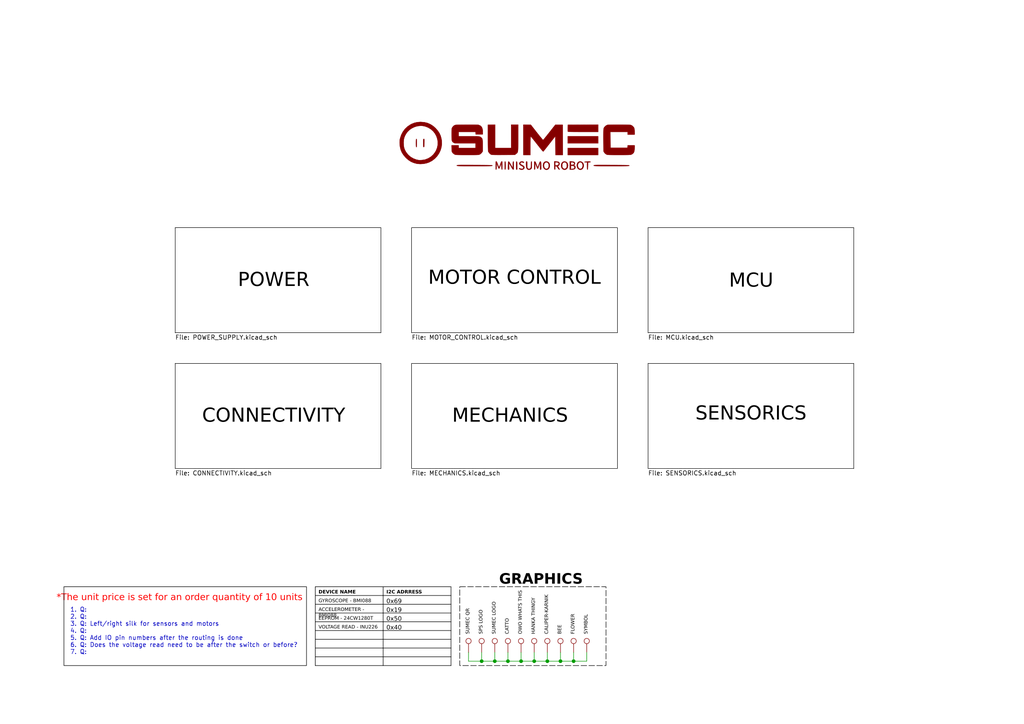
<source format=kicad_sch>
(kicad_sch (version 20250114) (generator "eeschema") (generator_version "9.0")
  (paper "A4")
  (title_block (title "SUMEC_MK_V") (date "2025-02-27") (rev "v.1.0.0") (company "SPS NA PROSEKU") (comment 1 "Made in Prague, Czech Republic") (comment 2 "CONTACT: Savva Popov, savva.popov.sp@gmail.com, +420 605 570 366") (comment 3 "Made by bismarx-v1") (comment 4 "SUMEC MK V aka SMD-V4 board"))
  (lib_symbols
    (symbol "Connector:TestPoint" (pin_numbers (hide yes)) (pin_names (offset 0.762) (hide yes))
      (property "Reference" "TP" (at 0 6.858 0))
      (property "Value" "TestPoint" (at 0 5.08 0))
      (symbol "TestPoint_0_1"
        (circle (center 0 3.302) (radius 0.762))
      )
      (symbol "TestPoint_1_1"
        (pin passive line (at 0 0 90) (length 2.54) (name "1") (number "1"))
      )
    )
    (symbol "sumec_sch_lib:LOGO SMALL" (pin_names (offset 1.016))
      (symbol "LOGO SMALL_0_0"
        (polyline (pts (xy -27.7929 0.5106) (xy -27.7475 0.5542) (xy -27.7167 0.67) (xy -27.6979 0.8822) (xy -27.6886 1.2153) (xy -27.686 1.6933) (xy -27.6863 1.8811) (xy -27.691 2.3049) (xy -27.7034 2.5923) (xy -27.7261 2.7676) (xy -27.7618 2.8549) (xy -27.813 2.8786) (xy -27.8331 2.876) (xy -27.8785 2.8325) (xy -27.9093 2.7167) (xy -27.9281 2.5044) (xy -27.9375 2.1714) (xy -27.94 1.6933) (xy -27.9397 1.5055) (xy -27.9351 1.0817) (xy -27.9227 0.7943) (xy -27.8999 0.6191) (xy -27.8642 0.5317) (xy -27.813 0.508) (xy -27.7929 0.5106)) (stroke (width 0.01)) (fill (type outline)))
        (polyline (pts (xy -25.81 -4.3389) (xy -24.9594 -4.1801) (xy -24.1769 -3.9211) (xy -24.0688 -3.8743) (xy -23.2148 -3.4069) (xy -22.4547 -2.8149) (xy -21.7992 -2.1165) (xy -21.2591 -1.3299) (xy -20.8453 -0.4733) (xy -20.5684 0.4352) (xy -20.4392 1.3774) (xy -20.4686 2.335) (xy -20.5659 2.9603) (xy -20.7979 3.8081) (xy -21.1477 4.5769) (xy -21.632 5.3007) (xy -22.2673 6.0136) (xy -22.8916 6.5708) (xy -23.7102 7.1141) (xy -24.5872 7.4996) (xy -25.5293 7.73) (xy -26.543 7.8081) (xy -26.7382 7.8064) (xy -27.5889 7.7371) (xy -28.3734 7.5564) (xy -29.1524 7.2517) (xy -29.5748 7.0348) (xy -30.4048 6.4737) (xy -31.1243 5.7905) (xy -31.7236 4.9972) (xy -32.1933 4.1055) (xy -32.5235 3.1271) (xy -32.5617 2.9711) (xy -32.6303 2.6284) (xy -32.666 2.2998) (xy -32.6736 1.9244) (xy -32.6688 1.778) (xy -31.5314 1.778) (xy -31.5274 1.9993) (xy -31.475 2.6502) (xy -31.3493 3.2205) (xy -31.1328 3.7724) (xy -30.8083 4.3681) (xy -30.3792 4.9565) (xy -29.774 5.5386) (xy -29.0677 6.0177) (xy -28.2872 6.3787) (xy -27.4592 6.6069) (xy -26.6107 6.6874) (xy -26.1503 6.6728) (xy -25.5745 6.5927) (xy -25.0112 6.4286) (xy -24.3926 6.1645) (xy -24.3205 6.1293) (xy -23.5771 5.6697) (xy -22.9417 5.0964) (xy -22.4211 4.4292) (xy -22.0223 3.6879) (xy -21.7522 2.8924) (xy -21.6177 2.0626) (xy -21.6256 1.2184) (xy -21.783 0.3795) (xy -22.0967 -0.4341) (xy -22.3646 -0.9153) (xy -22.919 -1.6525) (xy -23.5826 -2.2612) (xy -24.3514 -2.7382) (xy -25.2216 -3.0799) (xy -25.5377 -3.1522) (xy -25.9787 -3.2163) (xy -26.4493 -3.2573) (xy -26.8848 -3.2697) (xy -27.2203 -3.2481) (xy -27.8483 -3.1125) (xy -28.702 -2.791) (xy -29.4801 -2.332) (xy -30.1619 -1.7483) (xy -30.7269 -1.0528) (xy -30.9205 -0.7477) (xy -31.2138 -0.1758) (xy -31.4037 0.4019) (xy -31.5048 1.0362) (xy -31.5314 1.778) (xy -32.6688 1.778) (xy -32.6578 1.4415) (xy -32.5776 0.6217) (xy -32.3707 -0.2585) (xy -32.031 -1.0617) (xy -31.5465 -1.8159) (xy -30.9049 -2.5485) (xy -30.7688 -2.6833) (xy -30.0989 -3.2625) (xy -29.4117 -3.7049) (xy -28.6642 -4.0346) (xy -27.813 -4.2757) (xy -27.4945 -4.3343) (xy -26.6734 -4.3921) (xy -25.81 -4.3389)) (stroke (width 0.01)) (fill (type outline)))
        (polyline (pts (xy -25.6355 0.5376) (xy -25.5867 0.5925) (xy -25.553 0.7115) (xy -25.5303 0.9207) (xy -25.5151 1.2466) (xy -25.5035 1.7155) (xy -25.5016 1.8092) (xy -25.4945 2.2456) (xy -25.4958 2.5436) (xy -25.5088 2.7297) (xy -25.5368 2.83) (xy -25.5833 2.8709) (xy -25.6516 2.8786) (xy -25.6681 2.8784) (xy -25.7311 2.8651) (xy -25.7743 2.8123) (xy -25.8014 2.6941) (xy -25.8161 2.4844) (xy -25.8222 2.1575) (xy -25.8233 1.6871) (xy -25.822 1.2475) (xy -25.8156 0.9099) (xy -25.8009 0.6938) (xy -25.7747 0.574) (xy -25.7338 0.5258) (xy -25.6752 0.524) (xy -25.6355 0.5376)) (stroke (width 0.01)) (fill (type outline)))
        (polyline (pts (xy -11.9423 -1.7761) (xy -11.3178 -1.7742) (xy -10.8202 -1.7698) (xy -10.432 -1.7621) (xy -10.1356 -1.7502) (xy -9.9136 -1.7333) (xy -9.7485 -1.7105) (xy -9.6227 -1.681) (xy -9.5187 -1.6439) (xy -9.4192 -1.5984) (xy -9.1053 -1.3892) (xy -8.8209 -1.0755) (xy -8.5937 -0.7323) (xy -8.5937 1.0245) (xy -8.5937 1.1807) (xy -8.5965 1.7788) (xy -8.6082 2.2378) (xy -8.6353 2.5823) (xy -8.6843 2.8369) (xy -8.7616 3.0264) (xy -8.8737 3.1753) (xy -9.0269 3.3083) (xy -9.2278 3.4501) (xy -9.2496 3.4649) (xy -9.3257 3.5121) (xy -9.4106 3.55) (xy -9.5219 3.5797) (xy -9.6776 3.602) (xy -9.8956 3.6181) (xy -10.1935 3.6289) (xy -10.5894 3.6356) (xy -11.1011 3.6391) (xy -11.7464 3.6404) (xy -12.5432 3.6406) (xy -15.5787 3.6406) (xy -15.5787 4.2756) (xy -15.5787 4.9106) (xy -13.1282 4.9106) (xy -10.6778 4.9106) (xy -10.6517 4.5508) (xy -10.6257 4.191) (xy -9.6097 4.191) (xy -8.5937 4.191) (xy -8.5688 4.9098) (xy -8.5821 5.422) (xy -8.6989 5.9854) (xy -8.9296 6.4253) (xy -9.2754 6.7437) (xy -9.7374 6.9428) (xy -9.9119 6.9683) (xy -10.2637 6.9899) (xy -10.7815 7.0049) (xy -11.4639 7.0132) (xy -12.3092 7.0149) (xy -13.3157 7.0099) (xy -13.8834 7.0055) (xy -14.6053 6.9992) (xy -15.1868 6.9923) (xy -15.6453 6.9839) (xy -15.9982 6.9726) (xy -16.2629 6.9576) (xy -16.4567 6.9377) (xy -16.5969 6.9118) (xy -16.7011 6.8787) (xy -16.7865 6.8376) (xy -16.8706 6.7871) (xy -16.9519 6.7301) (xy -17.1994 6.4961) (xy -17.3998 6.2293) (xy -17.4393 6.1609) (xy -17.5013 6.0382) (xy -17.5462 5.9069) (xy -17.5768 5.7402) (xy -17.5957 5.5113) (xy -17.6058 5.1934) (xy -17.6097 4.7598) (xy -17.6104 4.1835) (xy -17.6085 3.6711) (xy -17.5975 3.1396) (xy -17.5712 2.7349) (xy -17.5236 2.4332) (xy -17.4485 2.2106) (xy -17.3399 2.043) (xy -17.1916 1.9066) (xy -16.9976 1.7775) (xy -16.9351 1.742) (xy -16.8468 1.7045) (xy -16.7322 1.6747) (xy -16.5737 1.6519) (xy -16.3531 1.635) (xy -16.0528 1.6233) (xy -15.6547 1.6157) (xy -15.1409 1.6114) (xy -14.4936 1.6095) (xy -13.6948 1.609) (xy -10.668 1.6086) (xy -10.668 0.9313) (xy -10.668 0.254) (xy -13.1233 0.254) (xy -15.5787 0.254) (xy -15.5787 0.635) (xy -15.5787 1.016) (xy -16.6022 1.016) (xy -17.6257 1.016) (xy -17.597 0.0989) (xy -17.5931 -0.0223) (xy -17.5763 -0.3974) (xy -17.5502 -0.6552) (xy -17.5055 -0.837) (xy -17.4332 -0.9842) (xy -17.3242 -1.138) (xy -17.2666 -1.2071) (xy -17.0078 -1.443) (xy -16.7315 -1.616) (xy -16.6456 -1.6515) (xy -16.5338 -1.6854) (xy -16.3916 -1.7124) (xy -16.2017 -1.7335) (xy -15.9467 -1.7493) (xy -15.6091 -1.7606) (xy -15.1717 -1.7681) (xy -14.617 -1.7728) (xy -13.9278 -1.7752) (xy -13.0866 -1.7762) (xy -12.7111 -1.7763) (xy -11.9423 -1.7761)) (stroke (width 0.01)) (fill (type outline)))
        (polyline (pts (xy -10.1002 -4.9952) (xy -9.154 -4.9946) (xy -8.3555 -4.9929) (xy -7.6924 -4.99) (xy -7.1521 -4.9855) (xy -6.7225 -4.979) (xy -6.3911 -4.97) (xy -6.1456 -4.9584) (xy -5.9736 -4.9437) (xy -5.8627 -4.9256) (xy -5.8007 -4.9037) (xy -5.775 -4.8777) (xy -5.7735 -4.8472) (xy -5.7801 -4.8276) (xy -5.8074 -4.7997) (xy -5.8662 -4.776) (xy -5.9691 -4.756) (xy -6.1286 -4.7394) (xy -6.3571 -4.7257) (xy -6.6673 -4.7145) (xy -7.0717 -4.7055) (xy -7.5827 -4.6981) (xy -8.213 -4.692) (xy -8.975 -4.6867) (xy -9.8813 -4.6819) (xy -10.9443 -4.6772) (xy -11.3733 -4.6754) (xy -12.3716 -4.6714) (xy -13.2179 -4.6686) (xy -13.9249 -4.6675) (xy -14.5049 -4.6684) (xy -14.9707 -4.6716) (xy -15.3347 -4.6775) (xy -15.6095 -4.6865) (xy -15.8075 -4.699) (xy -15.9415 -4.7152) (xy -16.0238 -4.7356) (xy -16.0671 -4.7605) (xy -16.0839 -4.7903) (xy -16.0867 -4.8254) (xy -16.0864 -4.8402) (xy -16.0793 -4.873) (xy -16.0529 -4.9008) (xy -15.9948 -4.9241) (xy -15.8924 -4.9432) (xy -15.7332 -4.9585) (xy -15.5048 -4.9705) (xy -15.1947 -4.9796) (xy -14.7902 -4.9861) (xy -14.2789 -4.9905) (xy -13.6484 -4.9933) (xy -12.886 -4.9947) (xy -11.9793 -4.9953) (xy -10.9158 -4.9954) (xy -10.1002 -4.9952)) (stroke (width 0.01)) (fill (type outline)))
        (polyline (pts (xy -3.4592 -1.759) (xy -2.5757 -1.755) (xy 0.733 -1.7357) (xy 1.0511 -1.493) (xy 1.1577 -1.4127) (xy 1.2861 -1.3125) (xy 1.3922 -1.2129) (xy 1.4781 -1.0982) (xy 1.5458 -0.9532) (xy 1.5977 -0.7623) (xy 1.6357 -0.5102) (xy 1.662 -0.1814) (xy 1.6788 0.2396) (xy 1.6881 0.7682) (xy 1.6922 1.4198) (xy 1.6931 2.2099) (xy 1.693 3.1538) (xy 1.6933 7.0273) (xy 0.6773 7.0273) (xy -0.3387 7.0273) (xy -0.3387 3.6406) (xy -0.3387 0.254) (xy -2.667 0.254) (xy -4.9953 0.254) (xy -4.9953 3.6433) (xy -4.9953 7.0325) (xy -6.0325 7.0088) (xy -7.0697 6.985) (xy -7.0697 3.2596) (xy -7.0691 2.7413) (xy -7.0658 1.983) (xy -7.0601 1.2829) (xy -7.0522 0.6595) (xy -7.0425 0.1312) (xy -7.0311 -0.2833) (xy -7.0185 -0.5655) (xy -7.005 -0.697) (xy -6.892 -0.936) (xy -6.6718 -1.228) (xy -6.4035 -1.4895) (xy -6.1399 -1.6615) (xy -6.1326 -1.6646) (xy -6.0245 -1.6939) (xy -5.8495 -1.7173) (xy -5.5931 -1.7351) (xy -5.2404 -1.7478) (xy -4.777 -1.7558) (xy -4.1881 -1.7594) (xy -3.4592 -1.759)) (stroke (width 0.01)) (fill (type outline)))
        (polyline (pts (xy -2.9873 -6.0096) (xy -2.9415 -5.9679) (xy -2.9103 -5.8527) (xy -2.8911 -5.6399) (xy -2.8814 -5.3056) (xy -2.8787 -4.826) (xy -2.8787 -4.8031) (xy -2.8803 -4.3399) (xy -2.8873 -4.0191) (xy -2.9032 -3.8147) (xy -2.9315 -3.7007) (xy -2.9757 -3.6514) (xy -3.0394 -3.6407) (xy -3.0993 -3.6543) (xy -3.1959 -3.7481) (xy -3.3025 -3.9535) (xy -3.4351 -4.2969) (xy -3.4607 -4.3685) (xy -3.58 -4.7017) (xy -3.6816 -4.9854) (xy -3.7459 -5.1647) (xy -3.7883 -5.2642) (xy -3.8337 -5.2998) (xy -3.8903 -5.2463) (xy -3.9693 -5.0858) (xy -4.0815 -4.8008) (xy -4.2382 -4.3735) (xy -4.3634 -4.0445) (xy -4.4759 -3.8031) (xy -4.5714 -3.677) (xy -4.6647 -3.6407) (xy -4.6685 -3.6407) (xy -4.7313 -3.6526) (xy -4.7748 -3.7042) (xy -4.8025 -3.8214) (xy -4.8179 -4.0301) (xy -4.8246 -4.3564) (xy -4.826 -4.826) (xy -4.8257 -5.0138) (xy -4.8211 -5.4376) (xy -4.8087 -5.725) (xy -4.7859 -5.9003) (xy -4.7502 -5.9876) (xy -4.699 -6.0114) (xy -4.6572 -5.9988) (xy -4.6143 -5.9249) (xy -4.5874 -5.7613) (xy -4.5729 -5.4815) (xy -4.5672 -5.0589) (xy -4.5624 -4.1064) (xy -4.261 -4.9319) (xy -4.1633 -5.1861) (xy -4.0347 -5.4811) (xy -3.9278 -5.6827) (xy -3.8588 -5.7574) (xy -3.8148 -5.7191) (xy -3.7186 -5.5508) (xy -3.5971 -5.2793) (xy -3.4666 -4.9383) (xy -3.175 -4.1193) (xy -3.1511 -5.0653) (xy -3.1436 -5.315) (xy -3.1258 -5.6581) (xy -3.099 -5.8715) (xy -3.0594 -5.9806) (xy -3.0029 -6.0114) (xy -2.9873 -6.0096)) (stroke (width 0.01)) (fill (type outline)))
        (polyline (pts (xy -2.0542 -6.0087) (xy -2.0088 -5.9652) (xy -1.978 -5.8494) (xy -1.9593 -5.6371) (xy -1.9499 -5.3041) (xy -1.9473 -4.826) (xy -1.9476 -4.6382) (xy -1.9523 -4.2144) (xy -1.9647 -3.927) (xy -1.9874 -3.7518) (xy -2.0231 -3.6644) (xy -2.0743 -3.6407) (xy -2.0945 -3.6433) (xy -2.1399 -3.6869) (xy -2.1707 -3.8027) (xy -2.1894 -4.0149) (xy -2.1988 -4.348) (xy -2.2013 -4.826) (xy -2.2011 -5.0138) (xy -2.1964 -5.4376) (xy -2.184 -5.725) (xy -2.1613 -5.9003) (xy -2.1256 -5.9876) (xy -2.0743 -6.0114) (xy -2.0542 -6.0087)) (stroke (width 0.01)) (fill (type outline)))
        (polyline (pts (xy -1.0433 -6.0094) (xy -0.9819 -5.9852) (xy -0.9461 -5.9091) (xy -0.931 -5.7518) (xy -0.9321 -5.4841) (xy -0.9446 -5.0765) (xy -0.9465 -5.0228) (xy -0.9584 -4.6495) (xy -0.9557 -4.4058) (xy -0.9269 -4.2943) (xy -0.86 -4.318) (xy -0.7433 -4.4796) (xy -0.5652 -4.7821) (xy -0.3137 -5.2282) (xy -0.2733 -5.2994) (xy -0.0315 -5.6947) (xy 0.1514 -5.9321) (xy 0.2752 -6.0113) (xy 0.3255 -6.002) (xy 0.3692 -5.9517) (xy 0.3977 -5.8346) (xy 0.4141 -5.625) (xy 0.4215 -5.2974) (xy 0.4233 -4.826) (xy 0.4231 -4.6774) (xy 0.4188 -4.2404) (xy 0.4067 -3.9422) (xy 0.3844 -3.7587) (xy 0.3494 -3.6662) (xy 0.2991 -3.6407) (xy 0.2672 -3.6485) (xy 0.2198 -3.7172) (xy 0.1874 -3.8781) (xy 0.1658 -4.157) (xy 0.1509 -4.5794) (xy 0.127 -5.5182) (xy -0.4107 -4.5748) (xy -0.5047 -4.411) (xy -0.7482 -4.0054) (xy -0.9305 -3.7508) (xy -1.0608 -3.6501) (xy -1.1487 -3.7065) (xy -1.2034 -3.9229) (xy -1.2345 -4.3025) (xy -1.2512 -4.8482) (xy -1.2542 -4.9974) (xy -1.2608 -5.417) (xy -1.2589 -5.7012) (xy -1.2447 -5.8764) (xy -1.2149 -5.969) (xy -1.1657 -6.0051) (xy -1.0937 -6.0114) (xy -1.0433 -6.0094)) (stroke (width 0.01)) (fill (type outline)))
        (polyline (pts (xy 1.2862 -6.0112) (xy 1.3504 -5.9995) (xy 1.3934 -5.95) (xy 1.4186 -5.8364) (xy 1.4292 -5.6325) (xy 1.4288 -5.3118) (xy 1.4205 -4.8482) (xy 1.4135 -4.5376) (xy 1.4001 -4.161) (xy 1.3807 -3.9109) (xy 1.3515 -3.7611) (xy 1.3088 -3.6851) (xy 1.2488 -3.6567) (xy 1.1941 -3.657) (xy 1.152 -3.7006) (xy 1.1248 -3.8138) (xy 1.1092 -4.0214) (xy 1.1023 -4.3484) (xy 1.1007 -4.8198) (xy 1.1007 -4.9338) (xy 1.1026 -5.3713) (xy 1.1102 -5.671) (xy 1.1273 -5.8588) (xy 1.1575 -5.9609) (xy 1.2046 -6.0031) (xy 1.2724 -6.0114) (xy 1.2862 -6.0112)) (stroke (width 0.01)) (fill (type outline)))
        (polyline (pts (xy 3.0887 -5.9946) (xy 3.3655 -5.7978) (xy 3.4325 -5.7126) (xy 3.5456 -5.4386) (xy 3.4903 -5.1782) (xy 3.2666 -4.9311) (xy 2.8741 -4.6969) (xy 2.8571 -4.6887) (xy 2.5415 -4.5189) (xy 2.3689 -4.372) (xy 2.3207 -4.2237) (xy 2.3783 -4.0497) (xy 2.424 -3.981) (xy 2.5525 -3.9105) (xy 2.7802 -3.9151) (xy 2.8061 -3.9184) (xy 3.0552 -3.963) (xy 3.2385 -4.017) (xy 3.3439 -4.0391) (xy 3.3867 -3.9491) (xy 3.3625 -3.8549) (xy 3.2188 -3.727) (xy 2.9863 -3.655) (xy 2.7122 -3.6439) (xy 2.4437 -3.6988) (xy 2.2279 -3.8248) (xy 2.1552 -3.9022) (xy 2.0283 -4.1638) (xy 2.0577 -4.4278) (xy 2.2361 -4.6708) (xy 2.556 -4.8691) (xy 2.7211 -4.9443) (xy 3.0124 -5.1142) (xy 3.17 -5.2843) (xy 3.2173 -5.4762) (xy 3.1785 -5.6212) (xy 3.019 -5.7602) (xy 2.7771 -5.8118) (xy 2.4977 -5.7584) (xy 2.2242 -5.6553) (xy 2.0492 -5.6077) (xy 1.9675 -5.6225) (xy 1.9473 -5.6961) (xy 1.9548 -5.7269) (xy 2.065 -5.8455) (xy 2.2648 -5.9596) (xy 2.3458 -5.9912) (xy 2.7359 -6.0609) (xy 3.0887 -5.9946)) (stroke (width 0.01)) (fill (type outline)))
        (polyline (pts (xy 5.2164 -5.9881) (xy 5.4822 -5.7978) (xy 5.5062 -5.7695) (xy 5.5816 -5.6591) (xy 5.6301 -5.5241) (xy 5.6576 -5.3283) (xy 5.6699 -5.0355) (xy 5.6727 -4.6096) (xy 5.6707 -4.2692) (xy 5.6606 -3.9546) (xy 5.6387 -3.7626) (xy 5.6015 -3.6668) (xy 5.5457 -3.6407) (xy 5.5116 -3.648) (xy 5.4651 -3.7111) (xy 5.4367 -3.8615) (xy 5.4225 -4.1266) (xy 5.4187 -4.5335) (xy 5.4185 -4.6573) (xy 5.4141 -5.0203) (xy 5.3977 -5.2623) (xy 5.3619 -5.4213) (xy 5.2994 -5.5353) (xy 5.2027 -5.6423) (xy 5.1425 -5.6994) (xy 4.9584 -5.8096) (xy 4.7582 -5.8032) (xy 4.6729 -5.7794) (xy 4.5183 -5.7017) (xy 4.4156 -5.5689) (xy 4.3547 -5.3527) (xy 4.3255 -5.0245) (xy 4.318 -4.5558) (xy 4.3178 -4.4046) (xy 4.3139 -4.0509) (xy 4.3004 -3.8271) (xy 4.2721 -3.7039) (xy 4.2233 -3.6516) (xy 4.1487 -3.6407) (xy 4.1463 -3.6407) (xy 4.0692 -3.6533) (xy 4.0203 -3.7111) (xy 3.9933 -3.8452) (xy 3.9818 -4.0866) (xy 3.9794 -4.4662) (xy 3.9817 -4.6601) (xy 4.0206 -5.1746) (xy 4.113 -5.5538) (xy 4.2663 -5.8191) (xy 4.4873 -5.9919) (xy 4.5581 -6.0232) (xy 4.8847 -6.0678) (xy 5.2164 -5.9881)) (stroke (width 0.01)) (fill (type outline)))
        (polyline (pts (xy 5.2493 0.9313) (xy 5.25 1.3141) (xy 5.2545 1.9415) (xy 5.2627 2.4997) (xy 5.274 2.9688) (xy 5.2879 3.3287) (xy 5.3038 3.5593) (xy 5.3213 3.6407) (xy 5.3616 3.6053) (xy 5.4975 3.4522) (xy 5.7152 3.1921) (xy 6.0023 2.8404) (xy 6.3461 2.4127) (xy 6.7341 1.9244) (xy 7.1536 1.3908) (xy 7.5921 0.8322) (xy 8.0003 0.3181) (xy 8.3244 -0.0816) (xy 8.5739 -0.3779) (xy 8.7583 -0.5816) (xy 8.8872 -0.7037) (xy 8.9702 -0.7552) (xy 9.0167 -0.747) (xy 9.0475 -0.7103) (xy 9.1761 -0.5502) (xy 9.388 -0.2829) (xy 9.6701 0.0748) (xy 10.0089 0.506) (xy 10.3913 0.9939) (xy 10.8039 1.5216) (xy 12.4883 3.6783) (xy 12.5107 0.9501) (xy 12.533 -1.778) (xy 13.5909 -1.778) (xy 14.6488 -1.778) (xy 14.6269 2.6035) (xy 14.605 6.985) (xy 13.538 6.985) (xy 12.4709 6.985) (xy 10.744 4.7893) (xy 10.468 4.4395) (xy 10.07 3.9391) (xy 9.7116 3.4932) (xy 9.4058 3.1175) (xy 9.1653 2.828) (xy 9.0032 2.6404) (xy 8.9323 2.5706) (xy 8.8935 2.5981) (xy 8.7585 2.7409) (xy 8.5416 2.9916) (xy 8.2554 3.3348) (xy 7.9128 3.7552) (xy 7.5266 4.2375) (xy 7.1094 4.7662) (xy 5.3711 6.985) (xy 4.2942 7.0087) (xy 3.2173 7.0324) (xy 3.2173 2.6272) (xy 3.2173 -1.778) (xy 4.2333 -1.778) (xy 5.2493 -1.778) (xy 5.2493 0.9313)) (stroke (width 0.01)) (fill (type outline)))
        (polyline (pts (xy 8.2291 -6.0111) (xy 8.2942 -5.9989) (xy 8.3374 -5.9491) (xy 8.3624 -5.8353) (xy 8.3726 -5.6313) (xy 8.3716 -5.3107) (xy 8.3632 -4.8472) (xy 8.3628 -4.8263) (xy 8.3519 -4.3673) (xy 8.3382 -4.0498) (xy 8.3174 -3.847) (xy 8.2849 -3.732) (xy 8.2363 -3.6781) (xy 8.1673 -3.6583) (xy 8.101 -3.6608) (xy 8.0229 -3.7158) (xy 7.9402 -3.8538) (xy 7.8381 -4.101) (xy 7.7017 -4.4838) (xy 7.604 -4.7598) (xy 7.4921 -5.0568) (xy 7.4073 -5.2592) (xy 7.3629 -5.334) (xy 7.334 -5.2931) (xy 7.256 -5.1226) (xy 7.1462 -4.8499) (xy 7.0183 -4.5085) (xy 6.9653 -4.364) (xy 6.8314 -4.0249) (xy 6.7253 -3.8119) (xy 6.6315 -3.698) (xy 6.5345 -3.656) (xy 6.5015 -3.6516) (xy 6.4384 -3.6564) (xy 6.3958 -3.7032) (xy 6.3697 -3.8175) (xy 6.3561 -4.0248) (xy 6.3508 -4.3505) (xy 6.35 -4.8201) (xy 6.3503 -5.016) (xy 6.355 -5.4389) (xy 6.3675 -5.7256) (xy 6.3902 -5.9005) (xy 6.4259 -5.9877) (xy 6.477 -6.0114) (xy 6.5241 -5.9941) (xy 6.5644 -5.9124) (xy 6.5896 -5.7396) (xy 6.6031 -5.4497) (xy 6.6084 -5.0165) (xy 6.6128 -4.0217) (xy 6.9084 -4.8255) (xy 6.9946 -5.0539) (xy 7.1214 -5.3693) (xy 7.2248 -5.6021) (xy 7.2885 -5.7138) (xy 7.3117 -5.7339) (xy 7.3718 -5.7458) (xy 7.4382 -5.68) (xy 7.5225 -5.5157) (xy 7.6363 -5.2321) (xy 7.791 -4.8084) (xy 7.8572 -4.6252) (xy 7.9642 -4.3368) (xy 8.0419 -4.138) (xy 8.0769 -4.064) (xy 8.0815 -4.1344) (xy 8.08 -4.3423) (xy 8.0724 -4.6545) (xy 8.0593 -5.0377) (xy 8.0474 -5.3627) (xy 8.0408 -5.6729) (xy 8.049 -5.8641) (xy 8.0761 -5.9651) (xy 8.1265 -6.0046) (xy 8.2044 -6.0114) (xy 8.2291 -6.0111)) (stroke (width 0.01)) (fill (type outline)))
        (polyline (pts (xy 10.0236 -6.0697) (xy 10.2841 -5.9757) (xy 10.4231 -5.8989) (xy 10.6719 -5.6361) (xy 10.8344 -5.2757) (xy 10.8961 -4.8577) (xy 10.8426 -4.4223) (xy 10.7056 -4.1081) (xy 10.46 -3.8397) (xy 10.154 -3.6793) (xy 9.8217 -3.6309) (xy 9.4972 -3.6986) (xy 9.2146 -3.8868) (xy 9.008 -4.1994) (xy 8.9138 -4.5194) (xy 8.9048 -4.7307) (xy 9.1835 -4.7307) (xy 9.2399 -4.4159) (xy 9.3724 -4.149) (xy 9.5821 -3.9639) (xy 9.8698 -3.8947) (xy 9.9512 -3.8983) (xy 10.2539 -3.9997) (xy 10.4597 -4.2332) (xy 10.5635 -4.59) (xy 10.5598 -5.0611) (xy 10.5507 -5.1307) (xy 10.4634 -5.4329) (xy 10.2906 -5.6487) (xy 10.2744 -5.6623) (xy 10.0812 -5.7879) (xy 9.9224 -5.8363) (xy 9.7018 -5.7896) (xy 9.4625 -5.6229) (xy 9.2958 -5.3682) (xy 9.2025 -5.0595) (xy 9.1835 -4.7307) (xy 8.9048 -4.7307) (xy 8.895 -4.9587) (xy 8.9908 -5.3699) (xy 9.1903 -5.7129) (xy 9.4827 -5.9477) (xy 9.609 -6.0085) (xy 9.8269 -6.0816) (xy 10.0236 -6.0697)) (stroke (width 0.01)) (fill (type outline)))
        (polyline (pts (xy 13.637 -6.0113) (xy 13.713 -5.9958) (xy 13.7222 -5.9302) (xy 13.6565 -5.7834) (xy 13.508 -5.5245) (xy 13.2197 -5.0377) (xy 13.4678 -4.841) (xy 13.5417 -4.7783) (xy 13.6797 -4.5859) (xy 13.716 -4.325) (xy 13.7135 -4.2416) (xy 13.6511 -3.983) (xy 13.489 -3.8093) (xy 13.2053 -3.7051) (xy 12.7784 -3.6547) (xy 12.192 -3.6216) (xy 12.192 -3.8947) (xy 12.446 -3.8947) (xy 12.8209 -3.8947) (xy 13.0472 -3.9175) (xy 13.305 -4.0252) (xy 13.4491 -4.1928) (xy 13.469 -4.3883) (xy 13.3544 -4.5801) (xy 13.0949 -4.7361) (xy 12.924 -4.7904) (xy 12.6639 -4.8228) (xy 12.5024 -4.7696) (xy 12.4842 -4.7294) (xy 12.4568 -4.5547) (xy 12.446 -4.3039) (xy 12.446 -3.8947) (xy 12.192 -3.8947) (xy 12.192 -4.8165) (xy 12.1923 -5.0173) (xy 12.1971 -5.4396) (xy 12.2096 -5.726) (xy 12.2323 -5.9007) (xy 12.2679 -5.9877) (xy 12.319 -6.0114) (xy 12.3363 -6.0101) (xy 12.4025 -5.9547) (xy 12.4364 -5.7945) (xy 12.446 -5.4977) (xy 12.446 -5.4227) (xy 12.4519 -5.172) (xy 12.4802 -5.0449) (xy 12.5483 -5.0037) (xy 12.6739 -5.0109) (xy 12.6986 -5.0145) (xy 12.8507 -5.0798) (xy 13.0026 -5.2393) (xy 13.1857 -5.5245) (xy 13.2886 -5.6912) (xy 13.4805 -5.9317) (xy 13.6329 -6.0114) (xy 13.637 -6.0113)) (stroke (width 0.01)) (fill (type outline)))
        (polyline (pts (xy 15.3672 -6.0448) (xy 15.6848 -5.9029) (xy 15.9399 -5.6405) (xy 16.1097 -5.2753) (xy 16.1713 -4.8254) (xy 16.1649 -4.6815) (xy 16.0608 -4.2609) (xy 15.8446 -3.9318) (xy 15.5362 -3.7173) (xy 15.1553 -3.6407) (xy 14.8789 -3.6747) (xy 14.5453 -3.8468) (xy 14.3019 -4.162) (xy 14.1744 -4.5244) (xy 14.1534 -4.8439) (xy 14.478 -4.8439) (xy 14.5112 -4.4454) (xy 14.6306 -4.1334) (xy 14.8431 -3.9528) (xy 15.1553 -3.8947) (xy 15.4397 -3.9412) (xy 15.6623 -4.1085) (xy 15.7912 -4.4064) (xy 15.8327 -4.8439) (xy 15.83 -5.0254) (xy 15.8026 -5.2619) (xy 15.7282 -5.43) (xy 15.5852 -5.5945) (xy 15.5347 -5.6416) (xy 15.3294 -5.7845) (xy 15.1553 -5.842) (xy 15.1161 -5.8375) (xy 14.926 -5.7527) (xy 14.7255 -5.5945) (xy 14.6375 -5.5011) (xy 14.5346 -5.3427) (xy 14.4886 -5.1453) (xy 14.478 -4.8439) (xy 14.1534 -4.8439) (xy 14.146 -4.9567) (xy 14.2359 -5.3653) (xy 14.4344 -5.7101) (xy 14.732 -5.9512) (xy 15.0097 -6.0485) (xy 15.3672 -6.0448)) (stroke (width 0.01)) (fill (type outline)))
        (polyline (pts (xy 17.5898 -5.996) (xy 17.9282 -5.9259) (xy 18.1537 -5.7888) (xy 18.2941 -5.5732) (xy 18.3087 -5.5347) (xy 18.3372 -5.2476) (xy 18.238 -4.9988) (xy 18.0298 -4.841) (xy 17.855 -4.7764) (xy 18.0291 -4.6187) (xy 18.0573 -4.5911) (xy 18.184 -4.3494) (xy 18.1742 -4.0801) (xy 18.0278 -3.8467) (xy 17.9086 -3.7691) (xy 17.6536 -3.695) (xy 17.2658 -3.6547) (xy 16.6793 -3.6216) (xy 16.6793 -4.6567) (xy 17.018 -4.6567) (xy 17.018 -4.2757) (xy 17.018 -3.8947) (xy 17.3506 -3.8947) (xy 17.4797 -3.9023) (xy 17.7475 -3.9835) (xy 17.9061 -4.132) (xy 17.9356 -4.321) (xy 17.8163 -4.5236) (xy 17.8031 -4.5356) (xy 17.6126 -4.6223) (xy 17.3506 -4.6567) (xy 17.018 -4.6567) (xy 16.6793 -4.6567) (xy 16.6793 -4.8165) (xy 16.6793 -5.865) (xy 17.018 -5.865) (xy 17.018 -5.3879) (xy 17.018 -4.9107) (xy 17.3622 -4.9107) (xy 17.4727 -4.9132) (xy 17.7933 -4.9689) (xy 17.976 -5.104) (xy 18.034 -5.3266) (xy 18.0043 -5.5124) (xy 17.9196 -5.6622) (xy 17.8719 -5.6909) (xy 17.6729 -5.7591) (xy 17.4116 -5.8111) (xy 17.018 -5.865) (xy 16.6793 -5.865) (xy 16.6793 -6.0114) (xy 17.2257 -6.0114) (xy 17.5898 -5.996)) (stroke (width 0.01)) (fill (type outline)))
        (polyline (pts (xy 19.8508 -6.0679) (xy 20.1137 -5.9722) (xy 20.3718 -5.7941) (xy 20.5837 -5.4864) (xy 20.7055 -5.1041) (xy 20.7242 -4.6901) (xy 20.6266 -4.2872) (xy 20.552 -4.139) (xy 20.3035 -3.853) (xy 19.9923 -3.6832) (xy 19.6539 -3.6311) (xy 19.3236 -3.6987) (xy 19.037 -3.8875) (xy 18.8294 -4.1994) (xy 18.7352 -4.5194) (xy 18.7256 -4.743) (xy 19.0121 -4.743) (xy 19.0863 -4.3678) (xy 19.2707 -4.054) (xy 19.3739 -3.9731) (xy 19.6333 -3.8992) (xy 19.9156 -3.929) (xy 20.1485 -4.0619) (xy 20.3091 -4.3084) (xy 20.3982 -4.6603) (xy 20.3942 -5.0389) (xy 20.2983 -5.3873) (xy 20.1119 -5.6487) (xy 19.8603 -5.8086) (xy 19.6216 -5.8165) (xy 19.3598 -5.6681) (xy 19.1823 -5.4671) (xy 19.045 -5.1269) (xy 19.0121 -4.743) (xy 18.7256 -4.743) (xy 18.7164 -4.9587) (xy 18.8121 -5.3699) (xy 19.0116 -5.7129) (xy 19.304 -5.9477) (xy 19.4409 -6.0133) (xy 19.6544 -6.0824) (xy 19.8508 -6.0679)) (stroke (width 0.01)) (fill (type outline)))
        (polyline (pts (xy 21.8443 -5.9928) (xy 21.8856 -5.9052) (xy 21.9141 -5.7228) (xy 21.9335 -5.4207) (xy 21.9472 -4.9742) (xy 21.971 -3.937) (xy 22.3308 -3.911) (xy 22.406 -3.9042) (xy 22.622 -3.8529) (xy 22.6907 -3.7599) (xy 22.6849 -3.7291) (xy 22.627 -3.6834) (xy 22.4837 -3.6587) (xy 22.2272 -3.6516) (xy 21.8297 -3.6589) (xy 21.6455 -3.6652) (xy 21.2574 -3.6915) (xy 21.0236 -3.7322) (xy 20.9336 -3.7889) (xy 20.9336 -3.8261) (xy 21.0346 -3.8783) (xy 21.2866 -3.8947) (xy 21.6747 -3.8947) (xy 21.6747 -4.953) (xy 21.6774 -5.3831) (xy 21.6883 -5.6956) (xy 21.7103 -5.8877) (xy 21.7462 -5.9846) (xy 21.799 -6.0114) (xy 21.8443 -5.9928)) (stroke (width 0.01)) (fill (type outline)))
        (polyline (pts (xy 24.892 5.9697) (xy 24.892 7.0288) (xy 20.5105 7.0069) (xy 16.129 6.985) (xy 16.1048 6.0591) (xy 16.0992 5.7489) (xy 16.0997 5.4039) (xy 16.108 5.1483) (xy 16.1233 5.0219) (xy 16.1463 5.0024) (xy 16.2307 4.9799) (xy 16.3875 4.9612) (xy 16.6287 4.9459) (xy 16.9665 4.9339) (xy 17.4131 4.9247) (xy 17.9805 4.9181) (xy 18.6809 4.9138) (xy 19.5263 4.9114) (xy 20.529 4.9106) (xy 24.892 4.9106) (xy 24.892 5.9697)) (stroke (width 0.01)) (fill (type outline)))
        (polyline (pts (xy 24.892 2.6246) (xy 24.892 3.6406) (xy 20.4893 3.6406) (xy 16.0867 3.6406) (xy 16.0867 2.6246) (xy 16.0867 1.6086) (xy 20.4893 1.6086) (xy 24.892 1.6086) (xy 24.892 2.6246)) (stroke (width 0.01)) (fill (type outline)))
        (polyline (pts (xy 24.892 -0.762) (xy 24.892 0.254) (xy 20.4893 0.254) (xy 16.0867 0.254) (xy 16.0867 -0.762) (xy 16.0867 -1.778) (xy 20.4893 -1.778) (xy 24.892 -1.778) (xy 24.892 -0.762)) (stroke (width 0.01)) (fill (type outline)))
        (polyline (pts (xy 29.6084 -4.9952) (xy 30.5546 -4.9946) (xy 31.3531 -4.9929) (xy 32.0163 -4.99) (xy 32.5565 -4.9855) (xy 32.9862 -4.979) (xy 33.3175 -4.97) (xy 33.5631 -4.9584) (xy 33.7351 -4.9437) (xy 33.8459 -4.9256) (xy 33.908 -4.9037) (xy 33.9336 -4.8777) (xy 33.9352 -4.8472) (xy 33.9286 -4.8276) (xy 33.9013 -4.7997) (xy 33.8424 -4.776) (xy 33.7395 -4.756) (xy 33.5801 -4.7394) (xy 33.3515 -4.7257) (xy 33.0413 -4.7145) (xy 32.637 -4.7055) (xy 32.1259 -4.6981) (xy 31.4957 -4.692) (xy 30.7337 -4.6867) (xy 29.8274 -4.6819) (xy 28.7643 -4.6772) (xy 28.3353 -4.6754) (xy 27.3371 -4.6714) (xy 26.4907 -4.6686) (xy 25.7838 -4.6675) (xy 25.2037 -4.6684) (xy 24.738 -4.6716) (xy 24.374 -4.6775) (xy 24.0992 -4.6865) (xy 23.9011 -4.699) (xy 23.7672 -4.7152) (xy 23.6848 -4.7356) (xy 23.6416 -4.7605) (xy 23.6248 -4.7903) (xy 23.622 -4.8254) (xy 23.6223 -4.8402) (xy 23.6294 -4.873) (xy 23.6558 -4.9008) (xy 23.7139 -4.9241) (xy 23.8163 -4.9432) (xy 23.9754 -4.9585) (xy 24.2038 -4.9705) (xy 24.514 -4.9796) (xy 24.9185 -4.9861) (xy 25.4297 -4.9905) (xy 26.0603 -4.9933) (xy 26.8227 -4.9947) (xy 27.7293 -4.9953) (xy 28.7929 -4.9954) (xy 29.6084 -4.9952)) (stroke (width 0.01)) (fill (type outline)))
        (polyline (pts (xy 31.6452 -1.774) (xy 32.3625 -1.7722) (xy 32.9419 -1.7683) (xy 33.4006 -1.7615) (xy 33.7559 -1.7511) (xy 34.025 -1.7363) (xy 34.2254 -1.7165) (xy 34.3742 -1.6907) (xy 34.4888 -1.6584) (xy 34.5863 -1.6188) (xy 34.9073 -1.4335) (xy 35.1734 -1.1658) (xy 35.349 -0.8122) (xy 35.4457 -0.3481) (xy 35.4753 0.2513) (xy 35.4753 1.016) (xy 34.4642 1.016) (xy 33.4531 1.016) (xy 33.427 0.6561) (xy 33.401 0.2963) (xy 30.9457 0.2963) (xy 28.4903 0.2963) (xy 28.4678 2.6035) (xy 28.4453 4.9107) (xy 30.9443 4.9106) (xy 33.4433 4.9106) (xy 33.4433 4.5296) (xy 33.4433 4.1486) (xy 34.4593 4.1486) (xy 35.4753 4.1486) (xy 35.4753 4.9557) (xy 35.4753 4.9792) (xy 35.4601 5.4299) (xy 35.4203 5.7969) (xy 35.3604 6.0378) (xy 35.3386 6.0862) (xy 35.1087 6.4228) (xy 34.787 6.7196) (xy 34.4384 6.9145) (xy 34.4079 6.9228) (xy 34.2025 6.9488) (xy 33.8583 6.9712) (xy 33.399 6.9898) (xy 32.8482 7.0046) (xy 32.2296 7.0156) (xy 31.5668 7.0226) (xy 30.8833 7.0257) (xy 30.2029 7.0248) (xy 29.5493 7.0197) (xy 28.9459 7.0106) (xy 28.4164 6.9972) (xy 27.9846 6.9796) (xy 27.6739 6.9577) (xy 27.5081 6.9314) (xy 27.2146 6.781) (xy 26.9028 6.5259) (xy 26.6447 6.2242) (xy 26.4932 5.9282) (xy 26.4875 5.9041) (xy 26.4646 5.6941) (xy 26.447 5.3258) (xy 26.4348 4.8082) (xy 26.4282 4.1502) (xy 26.4272 3.3608) (xy 26.4322 2.449) (xy 26.4583 -0.7323) (xy 26.6967 -1.0925) (xy 26.9337 -1.371) (xy 27.2894 -1.6135) (xy 27.385 -1.6528) (xy 27.4976 -1.6865) (xy 27.6403 -1.7133) (xy 27.8306 -1.7341) (xy 28.0859 -1.7496) (xy 28.4236 -1.7605) (xy 28.861 -1.7677) (xy 29.4155 -1.7719) (xy 30.1046 -1.7738) (xy 30.9457 -1.7743) (xy 31.6452 -1.774)) (stroke (width 0.01)) (fill (type outline)))
      )
    )
  )
  (rectangle (start 133.35 170.18) (end 175.768 193.04) (stroke (width 0) (type dash) (color 0 0 0 1)))
  (rectangle (start 18.542 170.18) (end 88.9 193.04) (stroke (width 0) (color 0 0 0 1)))
  (text "OWO WHATS THIS" (at 151.765 184.15 90) (effects (font (size 1 1) (italic yes)) (justify left bottom)))
  (text "SYMBOL" (at 170.815 184.15 90) (effects (font (size 1 1) (italic yes)) (justify left bottom)))
  (text "BEE" (at 163.195 184.15 90) (effects (font (size 1 1) (italic yes)) (justify left bottom)))
  (text "GRAPHICS" (at 144.78 170.815 0) (effects (font (size 3 3) (bold yes)) (justify left bottom)))
  (text "CATTO" (at 147.955 184.15 90) (effects (font (size 1 1) (italic yes)) (justify left bottom)))
  (text "1. Q: \n2. Q: \n3. Q: Left/right silk for sensors and motors\n4. Q: \n5. Q: Add IO pin numbers after the routing is done\n6. Q: Does the voltage read need to be after the switch or before?\n7. Q: " (at 20.32 183.134 0) (effects (font (size 1.27 1.27)) (justify left)))
  (text "SPS LOGO" (at 140.335 184.15 90) (effects (font (size 1 1) (italic yes)) (justify left bottom)))
  (text "*The unit price is set for an order quantity of 10 units" (at 52.07 173.99 0) (effects (font (size 1.905 1.905))))
  (text "FLOWER" (at 167.005 184.15 90) (effects (font (size 1 1) (italic yes)) (justify left bottom)))
  (text "SUMEC LOGO" (at 144.145 184.15 90) (effects (font (size 1 1) (italic yes)) (justify left bottom)))
  (text "SUMEC QR" (at 136.525 184.15 90) (effects (font (size 1 1) (italic yes)) (justify left bottom)))
  (text "CALIPER-KARNIK" (at 159.385 184.15 90) (effects (font (size 1 1) (italic yes)) (justify left bottom)))
  (text "HANKA THINGY" (at 155.575 184.15 90) (effects (font (size 1 1) (italic yes)) (justify left bottom)))
  (junction (at 158.75 191.77))
  (junction (at 154.94 191.77))
  (junction (at 151.13 191.77))
  (junction (at 139.7 191.77))
  (junction (at 162.56 191.77))
  (junction (at 166.37 191.77))
  (junction (at 147.32 191.77))
  (junction (at 143.51 191.77))
  (wire (pts (xy 166.37 191.77) (xy 170.18 191.77)))
  (wire (pts (xy 143.51 191.77) (xy 143.51 189.23)))
  (wire (pts (xy 139.7 191.77) (xy 143.51 191.77)))
  (wire (pts (xy 170.18 191.77) (xy 170.18 189.23)))
  (wire (pts (xy 139.7 189.23) (xy 139.7 191.77)))
  (wire (pts (xy 162.56 191.77) (xy 166.37 191.77)))
  (wire (pts (xy 147.32 191.77) (xy 151.13 191.77)))
  (wire (pts (xy 151.13 189.23) (xy 151.13 191.77)))
  (wire (pts (xy 143.51 191.77) (xy 147.32 191.77)))
  (wire (pts (xy 151.13 191.77) (xy 154.94 191.77)))
  (wire (pts (xy 154.94 191.77) (xy 158.75 191.77)))
  (wire (pts (xy 154.94 191.77) (xy 154.94 189.23)))
  (wire (pts (xy 135.89 189.23) (xy 135.89 191.77)))
  (wire (pts (xy 166.37 189.23) (xy 166.37 191.77)))
  (wire (pts (xy 147.32 189.23) (xy 147.32 191.77)))
  (wire (pts (xy 158.75 191.77) (xy 162.56 191.77)))
  (wire (pts (xy 162.56 189.23) (xy 162.56 191.77)))
  (wire (pts (xy 158.75 189.23) (xy 158.75 191.77)))
  (wire (pts (xy 135.89 191.77) (xy 139.7 191.77)))
  (table (column_count 2) (border (external yes) (header yes) (stroke (width 0) (color 0 0 0 1))) (separators (rows yes) (cols yes) (stroke (width 0) (color 0 0 0 1))) (column_widths 19.685 19.685) (row_heights 2.54 2.54 2.54 2.54 2.54 2.54 2.54 2.54 2.54) (cells (table_cell "DEVICE NAME" (at 91.44 170.18 0) (size 19.685 2.54) (margins 0.9525 0.9525 0.9525 0.9525) (span 1 1)) (table_cell "I2C ADRRESS" (at 111.125 170.18 0) (size 19.685 2.54) (margins 0.9525 0.9525 0.9525 0.9525) (span 1 1)) (table_cell "GYROSCOPE - BMI088" (at 91.44 172.72 0) (size 19.685 2.54) (margins 0.9525 0.9525 0.9525 0.9525) (span 1 1)) (table_cell "0x69" (at 111.125 172.72 0) (size 19.685 2.54) (margins 0.9525 0.9525 0.9525 0.9525) (span 1 1)) (table_cell "ACCELEROMETER - BMI088" (at 91.44 175.26 0) (size 19.685 2.54) (margins 0.9525 0.9525 0.9525 0.9525) (span 1 1)) (table_cell "0x19" (at 111.125 175.26 0) (size 19.685 2.54) (margins 0.9525 0.9525 0.9525 0.9525) (span 1 1)) (table_cell "EEPROM - 24CW1280T" (at 91.44 177.8 0) (size 19.685 2.54) (margins 0.9525 0.9525 0.9525 0.9525) (span 1 1)) (table_cell "0x50" (at 111.125 177.8 0) (size 19.685 2.54) (margins 0.9525 0.9525 0.9525 0.9525) (span 1 1)) (table_cell "VOLTAGE READ - INU226" (at 91.44 180.34 0) (size 19.685 2.54) (margins 0.9525 0.9525 0.9525 0.9525) (span 1 1)) (table_cell "0x40" (at 111.125 180.34 0) (size 19.685 2.54) (margins 0.9525 0.9525 0.9525 0.9525) (span 1 1)) (table_cell "" (at 91.44 182.88 0) (size 19.685 2.54) (margins 0.9525 0.9525 0.9525 0.9525) (span 1 1)) (table_cell "" (at 111.125 182.88 0) (size 19.685 2.54) (margins 0.9525 0.9525 0.9525 0.9525) (span 1 1)) (table_cell "" (at 91.44 185.42 0) (size 19.685 2.54) (margins 0.9525 0.9525 0.9525 0.9525) (span 1 1)) (table_cell "" (at 111.125 185.42 0) (size 19.685 2.54) (margins 0.9525 0.9525 0.9525 0.9525) (span 1 1)) (table_cell "" (at 91.44 187.96 0) (size 19.685 2.54) (margins 0.9525 0.9525 0.9525 0.9525) (span 1 1)) (table_cell "" (at 111.125 187.96 0) (size 19.685 2.54) (margins 0.9525 0.9525 0.9525 0.9525) (span 1 1)) (table_cell "" (at 91.44 190.5 0) (size 19.685 2.54) (margins 0.9525 0.9525 0.9525 0.9525) (span 1 1)) (table_cell "" (at 111.125 190.5 0) (size 19.685 2.54) (margins 0.9525 0.9525 0.9525 0.9525) (span 1 1))))
  (symbol (lib_id "Connector:TestPoint") (at 162.56 189.23 0) (unit 1)
    (property "Reference" "TP20" (effects (hide yes)))
    (property "Value" "TestPoint" (effects (hide yes)))
    (property "Footprint" "sumec_graphic:BEE_IMG" (effects (hide yes)))
    (property "Description" "test point" (effects (hide yes)))
  )
  (symbol (lib_id "Connector:TestPoint") (at 151.13 189.23 0) (unit 1)
    (property "Reference" "TP4" (effects (hide yes)))
    (property "Value" "TestPoint" (effects (hide yes)))
    (property "Footprint" "sumec_graphic:OWO_WHATS_THIS_IMG" (effects (hide yes)))
    (property "Description" "test point" (effects (hide yes)))
  )
  (symbol (lib_id "Connector:TestPoint") (at 147.32 189.23 0) (unit 1)
    (property "Reference" "TP3" (effects (hide yes)))
    (property "Value" "TestPoint" (effects (hide yes)))
    (property "Footprint" "sumec_graphic:CATTO_MASK_IMG" (effects (hide yes)))
    (property "Description" "test point" (effects (hide yes)))
  )
  (symbol (lib_id "Connector:TestPoint") (at 170.18 189.23 0) (unit 1)
    (property "Reference" "TP22" (effects (hide yes)))
    (property "Value" "TestPoint" (effects (hide yes)))
    (property "Footprint" "sumec_graphic:SYMBOL_IMG" (effects (hide yes)))
    (property "Description" "test point" (effects (hide yes)))
  )
  (symbol (lib_id "Connector:TestPoint") (at 166.37 189.23 0) (unit 1)
    (property "Reference" "TP21" (effects (hide yes)))
    (property "Value" "TestPoint" (effects (hide yes)))
    (property "Footprint" "sumec_graphic:FLOWER_IMG" (effects (hide yes)))
    (property "Description" "test point" (effects (hide yes)))
  )
  (symbol (lib_id "Connector:TestPoint") (at 154.94 189.23 0) (unit 1)
    (property "Reference" "TP5" (effects (hide yes)))
    (property "Value" "TestPoint" (effects (hide yes)))
    (property "Footprint" "sumec_graphic:HANKA_THINGY_IMG" (effects (hide yes)))
    (property "Description" "test point" (effects (hide yes)))
  )
  (symbol (lib_id "Connector:TestPoint") (at 158.75 189.23 0) (unit 1)
    (property "Reference" "TP6" (effects (hide yes)))
    (property "Value" "TestPoint" (effects (hide yes)))
    (property "Footprint" "sumec_graphic:CALIPER_IMG" (effects (hide yes)))
    (property "Description" "test point" (effects (hide yes)))
  )
  (symbol (lib_id "sumec_sch_lib:LOGO SMALL") (at 148.59 43.18 0) (unit 1)
    (property "Reference" "#G1" (effects (hide yes)))
    (property "Value" "LOGO SMALL" (effects (hide yes)))
  )
  (symbol (lib_id "Connector:TestPoint") (at 135.89 189.23 0) (unit 1)
    (property "Reference" "TP19" (effects (hide yes)))
    (property "Value" "TestPoint" (effects (hide yes)))
    (property "Footprint" "sumec_graphic:SUMEC_QR_IMG" (effects (hide yes)))
    (property "Description" "test point" (effects (hide yes)))
  )
  (symbol (lib_id "Connector:TestPoint") (at 139.7 189.23 0) (unit 1)
    (property "Reference" "TP1" (effects (hide yes)))
    (property "Value" "TestPoint" (effects (hide yes)))
    (property "Footprint" "sumec_graphic:SPS_LOGO_IMG" (effects (hide yes)))
    (property "Description" "test point" (effects (hide yes)))
  )
  (symbol (lib_id "Connector:TestPoint") (at 143.51 189.23 0) (unit 1)
    (property "Reference" "TP2" (effects (hide yes)))
    (property "Value" "TestPoint" (effects (hide yes)))
    (property "Footprint" "sumec_graphic:SUMEC_LOGO_IMG" (effects (hide yes)))
    (property "Description" "test point" (effects (hide yes)))
  )
  (sheet (at 187.96 66.04) (size 59.69 30.48) (stroke (width 0.1524) (color 0 0 0 1)) (fill (color 255 255 255 1.0000))
    (property "Sheetname" "MCU" (at 211.455 83.82 0) (effects (font (size 4 4)) (justify left bottom)))
    (property "Sheetfile" "MCU.kicad_sch" (at 187.96 97.1046 0) (effects (justify left top)))
  )
  (sheet (at 119.38 66.04) (size 59.69 30.48) (stroke (width 0.1524) (color 0 0 0 1)) (fill (color 255 255 255 1.0000))
    (property "Sheetname" "MOTOR CONTROL" (at 149.225 80.645 0) (effects (font (size 4 4))))
    (property "Sheetfile" "MOTOR_CONTROL.kicad_sch" (at 119.38 97.1046 0) (effects (justify left top)))
  )
  (sheet (at 187.96 105.41) (size 59.69 30.48) (stroke (width 0.1524) (color 0 0 0 1)) (fill (color 255 255 255 1.0000))
    (property "Sheetname" "SENSORICS" (at 217.805 120.015 0) (effects (font (size 4 4))))
    (property "Sheetfile" "SENSORICS.kicad_sch" (at 187.96 136.4746 0) (effects (justify left top)))
  )
  (sheet (at 119.38 105.41) (size 59.69 30.48) (stroke (width 0.1524) (color 0 0 0 1)) (fill (color 255 255 255 1.0000))
    (property "Sheetname" "MECHANICS" (at 147.955 120.65 0) (effects (font (size 4 4))))
    (property "Sheetfile" "MECHANICS.kicad_sch" (at 119.38 136.4746 0) (effects (justify left top)))
  )
  (sheet (at 50.8 105.41) (size 59.69 30.48) (stroke (width 0.1524) (color 0 0 0 1)) (fill (color 255 255 255 1.0000))
    (property "Sheetname" "CONNECTIVITY" (at 79.375 120.65 0) (effects (font (size 4 4))))
    (property "Sheetfile" "CONNECTIVITY.kicad_sch" (at 50.8 136.4746 0) (effects (justify left top)))
  )
  (sheet (at 50.8 66.04) (size 59.69 30.48) (stroke (width 0.1524) (color 0 0 0 1)) (fill (color 255 255 255 1.0000))
    (property "Sheetname" "POWER" (at 79.375 81.28 0) (effects (font (size 4 4))))
    (property "Sheetfile" "POWER_SUPPLY.kicad_sch" (at 50.8 97.1046 0) (effects (justify left top)))
  )
)
</source>
